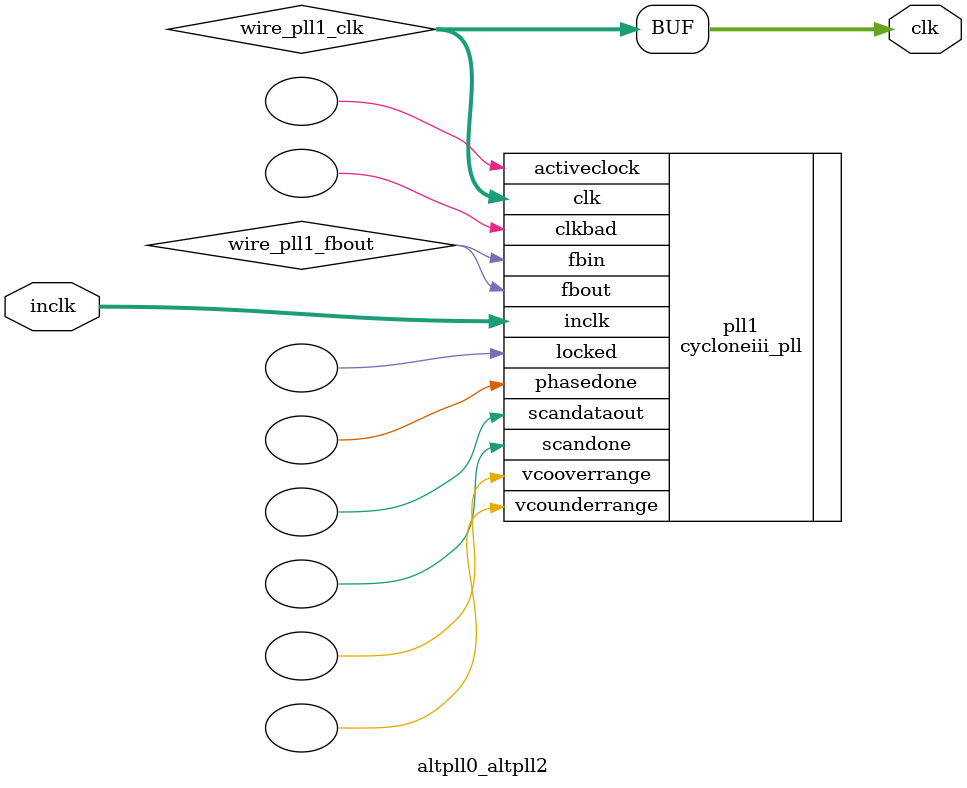
<source format=v>






//synthesis_resources = cycloneiii_pll 1 
//synopsys translate_off
`timescale 1 ps / 1 ps
//synopsys translate_on
module  altpll0_altpll2
	( 
	clk,
	inclk) /* synthesis synthesis_clearbox=1 */;
	output   [4:0]  clk;
	input   [1:0]  inclk;
`ifndef ALTERA_RESERVED_QIS
// synopsys translate_off
`endif
	tri0   [1:0]  inclk;
`ifndef ALTERA_RESERVED_QIS
// synopsys translate_on
`endif

	wire  [4:0]   wire_pll1_clk;
	wire  wire_pll1_fbout;

	cycloneiii_pll   pll1
	( 
	.activeclock(),
	.clk(wire_pll1_clk),
	.clkbad(),
	.fbin(wire_pll1_fbout),
	.fbout(wire_pll1_fbout),
	.inclk(inclk),
	.locked(),
	.phasedone(),
	.scandataout(),
	.scandone(),
	.vcooverrange(),
	.vcounderrange()
	`ifndef FORMAL_VERIFICATION
	// synopsys translate_off
	`endif
	,
	.areset(1'b0),
	.clkswitch(1'b0),
	.configupdate(1'b0),
	.pfdena(1'b1),
	.phasecounterselect({3{1'b0}}),
	.phasestep(1'b0),
	.phaseupdown(1'b0),
	.scanclk(1'b0),
	.scanclkena(1'b1),
	.scandata(1'b0)
	`ifndef FORMAL_VERIFICATION
	// synopsys translate_on
	`endif
	);
	defparam
		pll1.bandwidth_type = "auto",
		pll1.clk0_divide_by = 10000,
		pll1.clk0_duty_cycle = 50,
		pll1.clk0_multiply_by = 1,
		pll1.clk0_phase_shift = "0",
		pll1.clk1_divide_by = 25,
		pll1.clk1_duty_cycle = 50,
		pll1.clk1_multiply_by = 66,
		pll1.clk1_phase_shift = "0",
		pll1.compensate_clock = "clk0",
		pll1.inclk0_input_frequency = 20000,
		pll1.operation_mode = "normal",
		pll1.pll_type = "auto",
		pll1.lpm_type = "cycloneiii_pll";
	assign
		clk = {wire_pll1_clk[4:0]};
endmodule //altpll0_altpll2
//VALID FILE

</source>
